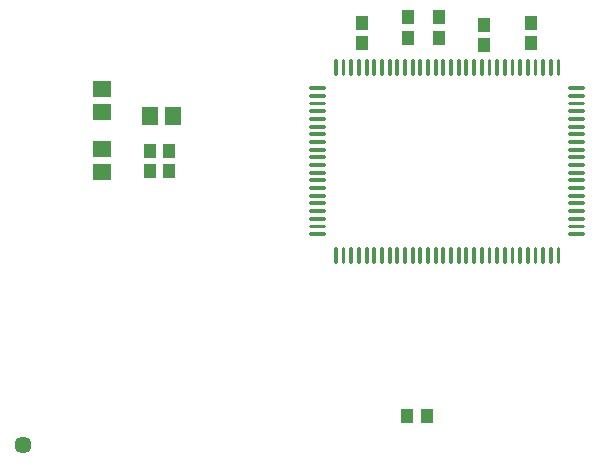
<source format=gts>
G75*
%MOIN*%
%OFA0B0*%
%FSLAX25Y25*%
%IPPOS*%
%LPD*%
%AMOC8*
5,1,8,0,0,1.08239X$1,22.5*
%
%ADD10C,0.05700*%
%ADD11R,0.06106X0.05318*%
%ADD12R,0.05318X0.06106*%
%ADD13R,0.04137X0.04531*%
%ADD14C,0.01105*%
D10*
X0035500Y0021900D03*
D11*
X0061800Y0113060D03*
X0061800Y0120540D03*
X0061800Y0133060D03*
X0061800Y0140540D03*
D12*
X0078060Y0131800D03*
X0085540Y0131800D03*
D13*
X0084300Y0120146D03*
X0078050Y0120146D03*
X0078050Y0113454D03*
X0084300Y0113454D03*
X0148675Y0155954D03*
X0148675Y0162646D03*
X0163988Y0164521D03*
X0163988Y0157829D03*
X0174300Y0157829D03*
X0174300Y0164521D03*
X0189300Y0162021D03*
X0189300Y0155329D03*
X0204925Y0155954D03*
X0204925Y0162646D03*
X0170146Y0031800D03*
X0163454Y0031800D03*
D14*
X0162863Y0083148D02*
X0162587Y0083148D01*
X0162587Y0087756D01*
X0162863Y0087756D01*
X0162863Y0083148D01*
X0162863Y0084252D02*
X0162587Y0084252D01*
X0162587Y0085356D02*
X0162863Y0085356D01*
X0162863Y0086460D02*
X0162587Y0086460D01*
X0162587Y0087564D02*
X0162863Y0087564D01*
X0165146Y0083148D02*
X0165422Y0083148D01*
X0165146Y0083148D02*
X0165146Y0087756D01*
X0165422Y0087756D01*
X0165422Y0083148D01*
X0165422Y0084252D02*
X0165146Y0084252D01*
X0165146Y0085356D02*
X0165422Y0085356D01*
X0165422Y0086460D02*
X0165146Y0086460D01*
X0165146Y0087564D02*
X0165422Y0087564D01*
X0167705Y0083148D02*
X0167981Y0083148D01*
X0167705Y0083148D02*
X0167705Y0087756D01*
X0167981Y0087756D01*
X0167981Y0083148D01*
X0167981Y0084252D02*
X0167705Y0084252D01*
X0167705Y0085356D02*
X0167981Y0085356D01*
X0167981Y0086460D02*
X0167705Y0086460D01*
X0167705Y0087564D02*
X0167981Y0087564D01*
X0170264Y0083148D02*
X0170540Y0083148D01*
X0170264Y0083148D02*
X0170264Y0087756D01*
X0170540Y0087756D01*
X0170540Y0083148D01*
X0170540Y0084252D02*
X0170264Y0084252D01*
X0170264Y0085356D02*
X0170540Y0085356D01*
X0170540Y0086460D02*
X0170264Y0086460D01*
X0170264Y0087564D02*
X0170540Y0087564D01*
X0172823Y0083148D02*
X0173099Y0083148D01*
X0172823Y0083148D02*
X0172823Y0087756D01*
X0173099Y0087756D01*
X0173099Y0083148D01*
X0173099Y0084252D02*
X0172823Y0084252D01*
X0172823Y0085356D02*
X0173099Y0085356D01*
X0173099Y0086460D02*
X0172823Y0086460D01*
X0172823Y0087564D02*
X0173099Y0087564D01*
X0175382Y0083148D02*
X0175658Y0083148D01*
X0175382Y0083148D02*
X0175382Y0087756D01*
X0175658Y0087756D01*
X0175658Y0083148D01*
X0175658Y0084252D02*
X0175382Y0084252D01*
X0175382Y0085356D02*
X0175658Y0085356D01*
X0175658Y0086460D02*
X0175382Y0086460D01*
X0175382Y0087564D02*
X0175658Y0087564D01*
X0177942Y0083148D02*
X0178218Y0083148D01*
X0177942Y0083148D02*
X0177942Y0087756D01*
X0178218Y0087756D01*
X0178218Y0083148D01*
X0178218Y0084252D02*
X0177942Y0084252D01*
X0177942Y0085356D02*
X0178218Y0085356D01*
X0178218Y0086460D02*
X0177942Y0086460D01*
X0177942Y0087564D02*
X0178218Y0087564D01*
X0180501Y0083148D02*
X0180777Y0083148D01*
X0180501Y0083148D02*
X0180501Y0087756D01*
X0180777Y0087756D01*
X0180777Y0083148D01*
X0180777Y0084252D02*
X0180501Y0084252D01*
X0180501Y0085356D02*
X0180777Y0085356D01*
X0180777Y0086460D02*
X0180501Y0086460D01*
X0180501Y0087564D02*
X0180777Y0087564D01*
X0183060Y0083148D02*
X0183336Y0083148D01*
X0183060Y0083148D02*
X0183060Y0087756D01*
X0183336Y0087756D01*
X0183336Y0083148D01*
X0183336Y0084252D02*
X0183060Y0084252D01*
X0183060Y0085356D02*
X0183336Y0085356D01*
X0183336Y0086460D02*
X0183060Y0086460D01*
X0183060Y0087564D02*
X0183336Y0087564D01*
X0185619Y0083148D02*
X0185895Y0083148D01*
X0185619Y0083148D02*
X0185619Y0087756D01*
X0185895Y0087756D01*
X0185895Y0083148D01*
X0185895Y0084252D02*
X0185619Y0084252D01*
X0185619Y0085356D02*
X0185895Y0085356D01*
X0185895Y0086460D02*
X0185619Y0086460D01*
X0185619Y0087564D02*
X0185895Y0087564D01*
X0188178Y0083148D02*
X0188454Y0083148D01*
X0188178Y0083148D02*
X0188178Y0087756D01*
X0188454Y0087756D01*
X0188454Y0083148D01*
X0188454Y0084252D02*
X0188178Y0084252D01*
X0188178Y0085356D02*
X0188454Y0085356D01*
X0188454Y0086460D02*
X0188178Y0086460D01*
X0188178Y0087564D02*
X0188454Y0087564D01*
X0190737Y0083148D02*
X0191013Y0083148D01*
X0190737Y0083148D02*
X0190737Y0087756D01*
X0191013Y0087756D01*
X0191013Y0083148D01*
X0191013Y0084252D02*
X0190737Y0084252D01*
X0190737Y0085356D02*
X0191013Y0085356D01*
X0191013Y0086460D02*
X0190737Y0086460D01*
X0190737Y0087564D02*
X0191013Y0087564D01*
X0193296Y0083148D02*
X0193572Y0083148D01*
X0193296Y0083148D02*
X0193296Y0087756D01*
X0193572Y0087756D01*
X0193572Y0083148D01*
X0193572Y0084252D02*
X0193296Y0084252D01*
X0193296Y0085356D02*
X0193572Y0085356D01*
X0193572Y0086460D02*
X0193296Y0086460D01*
X0193296Y0087564D02*
X0193572Y0087564D01*
X0195855Y0083148D02*
X0196131Y0083148D01*
X0195855Y0083148D02*
X0195855Y0087756D01*
X0196131Y0087756D01*
X0196131Y0083148D01*
X0196131Y0084252D02*
X0195855Y0084252D01*
X0195855Y0085356D02*
X0196131Y0085356D01*
X0196131Y0086460D02*
X0195855Y0086460D01*
X0195855Y0087564D02*
X0196131Y0087564D01*
X0198414Y0083148D02*
X0198690Y0083148D01*
X0198414Y0083148D02*
X0198414Y0087756D01*
X0198690Y0087756D01*
X0198690Y0083148D01*
X0198690Y0084252D02*
X0198414Y0084252D01*
X0198414Y0085356D02*
X0198690Y0085356D01*
X0198690Y0086460D02*
X0198414Y0086460D01*
X0198414Y0087564D02*
X0198690Y0087564D01*
X0200973Y0083148D02*
X0201249Y0083148D01*
X0200973Y0083148D02*
X0200973Y0087756D01*
X0201249Y0087756D01*
X0201249Y0083148D01*
X0201249Y0084252D02*
X0200973Y0084252D01*
X0200973Y0085356D02*
X0201249Y0085356D01*
X0201249Y0086460D02*
X0200973Y0086460D01*
X0200973Y0087564D02*
X0201249Y0087564D01*
X0203532Y0083148D02*
X0203808Y0083148D01*
X0203532Y0083148D02*
X0203532Y0087756D01*
X0203808Y0087756D01*
X0203808Y0083148D01*
X0203808Y0084252D02*
X0203532Y0084252D01*
X0203532Y0085356D02*
X0203808Y0085356D01*
X0203808Y0086460D02*
X0203532Y0086460D01*
X0203532Y0087564D02*
X0203808Y0087564D01*
X0206091Y0083148D02*
X0206367Y0083148D01*
X0206091Y0083148D02*
X0206091Y0087756D01*
X0206367Y0087756D01*
X0206367Y0083148D01*
X0206367Y0084252D02*
X0206091Y0084252D01*
X0206091Y0085356D02*
X0206367Y0085356D01*
X0206367Y0086460D02*
X0206091Y0086460D01*
X0206091Y0087564D02*
X0206367Y0087564D01*
X0208650Y0083148D02*
X0208926Y0083148D01*
X0208650Y0083148D02*
X0208650Y0087756D01*
X0208926Y0087756D01*
X0208926Y0083148D01*
X0208926Y0084252D02*
X0208650Y0084252D01*
X0208650Y0085356D02*
X0208926Y0085356D01*
X0208926Y0086460D02*
X0208650Y0086460D01*
X0208650Y0087564D02*
X0208926Y0087564D01*
X0211209Y0083148D02*
X0211485Y0083148D01*
X0211209Y0083148D02*
X0211209Y0087756D01*
X0211485Y0087756D01*
X0211485Y0083148D01*
X0211485Y0084252D02*
X0211209Y0084252D01*
X0211209Y0085356D02*
X0211485Y0085356D01*
X0211485Y0086460D02*
X0211209Y0086460D01*
X0211209Y0087564D02*
X0211485Y0087564D01*
X0213768Y0083148D02*
X0214044Y0083148D01*
X0213768Y0083148D02*
X0213768Y0087756D01*
X0214044Y0087756D01*
X0214044Y0083148D01*
X0214044Y0084252D02*
X0213768Y0084252D01*
X0213768Y0085356D02*
X0214044Y0085356D01*
X0214044Y0086460D02*
X0213768Y0086460D01*
X0213768Y0087564D02*
X0214044Y0087564D01*
X0222263Y0092351D02*
X0222263Y0092627D01*
X0222263Y0092351D02*
X0217655Y0092351D01*
X0217655Y0092627D01*
X0222263Y0092627D01*
X0222263Y0094910D02*
X0222263Y0095186D01*
X0222263Y0094910D02*
X0217655Y0094910D01*
X0217655Y0095186D01*
X0222263Y0095186D01*
X0222263Y0097469D02*
X0222263Y0097745D01*
X0222263Y0097469D02*
X0217655Y0097469D01*
X0217655Y0097745D01*
X0222263Y0097745D01*
X0222263Y0100028D02*
X0222263Y0100304D01*
X0222263Y0100028D02*
X0217655Y0100028D01*
X0217655Y0100304D01*
X0222263Y0100304D01*
X0222263Y0102587D02*
X0222263Y0102863D01*
X0222263Y0102587D02*
X0217655Y0102587D01*
X0217655Y0102863D01*
X0222263Y0102863D01*
X0222263Y0105146D02*
X0222263Y0105422D01*
X0222263Y0105146D02*
X0217655Y0105146D01*
X0217655Y0105422D01*
X0222263Y0105422D01*
X0222263Y0107705D02*
X0222263Y0107981D01*
X0222263Y0107705D02*
X0217655Y0107705D01*
X0217655Y0107981D01*
X0222263Y0107981D01*
X0222263Y0110264D02*
X0222263Y0110540D01*
X0222263Y0110264D02*
X0217655Y0110264D01*
X0217655Y0110540D01*
X0222263Y0110540D01*
X0222263Y0112823D02*
X0222263Y0113099D01*
X0222263Y0112823D02*
X0217655Y0112823D01*
X0217655Y0113099D01*
X0222263Y0113099D01*
X0222263Y0115382D02*
X0222263Y0115658D01*
X0222263Y0115382D02*
X0217655Y0115382D01*
X0217655Y0115658D01*
X0222263Y0115658D01*
X0222263Y0117942D02*
X0222263Y0118218D01*
X0222263Y0117942D02*
X0217655Y0117942D01*
X0217655Y0118218D01*
X0222263Y0118218D01*
X0222263Y0120501D02*
X0222263Y0120777D01*
X0222263Y0120501D02*
X0217655Y0120501D01*
X0217655Y0120777D01*
X0222263Y0120777D01*
X0222263Y0123060D02*
X0222263Y0123336D01*
X0222263Y0123060D02*
X0217655Y0123060D01*
X0217655Y0123336D01*
X0222263Y0123336D01*
X0222263Y0125619D02*
X0222263Y0125895D01*
X0222263Y0125619D02*
X0217655Y0125619D01*
X0217655Y0125895D01*
X0222263Y0125895D01*
X0222263Y0128178D02*
X0222263Y0128454D01*
X0222263Y0128178D02*
X0217655Y0128178D01*
X0217655Y0128454D01*
X0222263Y0128454D01*
X0222263Y0130737D02*
X0222263Y0131013D01*
X0222263Y0130737D02*
X0217655Y0130737D01*
X0217655Y0131013D01*
X0222263Y0131013D01*
X0222263Y0133296D02*
X0222263Y0133572D01*
X0222263Y0133296D02*
X0217655Y0133296D01*
X0217655Y0133572D01*
X0222263Y0133572D01*
X0222263Y0135855D02*
X0222263Y0136131D01*
X0222263Y0135855D02*
X0217655Y0135855D01*
X0217655Y0136131D01*
X0222263Y0136131D01*
X0222263Y0138414D02*
X0222263Y0138690D01*
X0222263Y0138414D02*
X0217655Y0138414D01*
X0217655Y0138690D01*
X0222263Y0138690D01*
X0222263Y0140973D02*
X0222263Y0141249D01*
X0222263Y0140973D02*
X0217655Y0140973D01*
X0217655Y0141249D01*
X0222263Y0141249D01*
X0214044Y0150452D02*
X0213768Y0150452D01*
X0214044Y0150452D02*
X0214044Y0145844D01*
X0213768Y0145844D01*
X0213768Y0150452D01*
X0213768Y0146948D02*
X0214044Y0146948D01*
X0214044Y0148052D02*
X0213768Y0148052D01*
X0213768Y0149156D02*
X0214044Y0149156D01*
X0214044Y0150260D02*
X0213768Y0150260D01*
X0211485Y0150452D02*
X0211209Y0150452D01*
X0211485Y0150452D02*
X0211485Y0145844D01*
X0211209Y0145844D01*
X0211209Y0150452D01*
X0211209Y0146948D02*
X0211485Y0146948D01*
X0211485Y0148052D02*
X0211209Y0148052D01*
X0211209Y0149156D02*
X0211485Y0149156D01*
X0211485Y0150260D02*
X0211209Y0150260D01*
X0208926Y0150452D02*
X0208650Y0150452D01*
X0208926Y0150452D02*
X0208926Y0145844D01*
X0208650Y0145844D01*
X0208650Y0150452D01*
X0208650Y0146948D02*
X0208926Y0146948D01*
X0208926Y0148052D02*
X0208650Y0148052D01*
X0208650Y0149156D02*
X0208926Y0149156D01*
X0208926Y0150260D02*
X0208650Y0150260D01*
X0206367Y0150452D02*
X0206091Y0150452D01*
X0206367Y0150452D02*
X0206367Y0145844D01*
X0206091Y0145844D01*
X0206091Y0150452D01*
X0206091Y0146948D02*
X0206367Y0146948D01*
X0206367Y0148052D02*
X0206091Y0148052D01*
X0206091Y0149156D02*
X0206367Y0149156D01*
X0206367Y0150260D02*
X0206091Y0150260D01*
X0203808Y0150452D02*
X0203532Y0150452D01*
X0203808Y0150452D02*
X0203808Y0145844D01*
X0203532Y0145844D01*
X0203532Y0150452D01*
X0203532Y0146948D02*
X0203808Y0146948D01*
X0203808Y0148052D02*
X0203532Y0148052D01*
X0203532Y0149156D02*
X0203808Y0149156D01*
X0203808Y0150260D02*
X0203532Y0150260D01*
X0201249Y0150452D02*
X0200973Y0150452D01*
X0201249Y0150452D02*
X0201249Y0145844D01*
X0200973Y0145844D01*
X0200973Y0150452D01*
X0200973Y0146948D02*
X0201249Y0146948D01*
X0201249Y0148052D02*
X0200973Y0148052D01*
X0200973Y0149156D02*
X0201249Y0149156D01*
X0201249Y0150260D02*
X0200973Y0150260D01*
X0198690Y0150452D02*
X0198414Y0150452D01*
X0198690Y0150452D02*
X0198690Y0145844D01*
X0198414Y0145844D01*
X0198414Y0150452D01*
X0198414Y0146948D02*
X0198690Y0146948D01*
X0198690Y0148052D02*
X0198414Y0148052D01*
X0198414Y0149156D02*
X0198690Y0149156D01*
X0198690Y0150260D02*
X0198414Y0150260D01*
X0196131Y0150452D02*
X0195855Y0150452D01*
X0196131Y0150452D02*
X0196131Y0145844D01*
X0195855Y0145844D01*
X0195855Y0150452D01*
X0195855Y0146948D02*
X0196131Y0146948D01*
X0196131Y0148052D02*
X0195855Y0148052D01*
X0195855Y0149156D02*
X0196131Y0149156D01*
X0196131Y0150260D02*
X0195855Y0150260D01*
X0193572Y0150452D02*
X0193296Y0150452D01*
X0193572Y0150452D02*
X0193572Y0145844D01*
X0193296Y0145844D01*
X0193296Y0150452D01*
X0193296Y0146948D02*
X0193572Y0146948D01*
X0193572Y0148052D02*
X0193296Y0148052D01*
X0193296Y0149156D02*
X0193572Y0149156D01*
X0193572Y0150260D02*
X0193296Y0150260D01*
X0191013Y0150452D02*
X0190737Y0150452D01*
X0191013Y0150452D02*
X0191013Y0145844D01*
X0190737Y0145844D01*
X0190737Y0150452D01*
X0190737Y0146948D02*
X0191013Y0146948D01*
X0191013Y0148052D02*
X0190737Y0148052D01*
X0190737Y0149156D02*
X0191013Y0149156D01*
X0191013Y0150260D02*
X0190737Y0150260D01*
X0188454Y0150452D02*
X0188178Y0150452D01*
X0188454Y0150452D02*
X0188454Y0145844D01*
X0188178Y0145844D01*
X0188178Y0150452D01*
X0188178Y0146948D02*
X0188454Y0146948D01*
X0188454Y0148052D02*
X0188178Y0148052D01*
X0188178Y0149156D02*
X0188454Y0149156D01*
X0188454Y0150260D02*
X0188178Y0150260D01*
X0185895Y0150452D02*
X0185619Y0150452D01*
X0185895Y0150452D02*
X0185895Y0145844D01*
X0185619Y0145844D01*
X0185619Y0150452D01*
X0185619Y0146948D02*
X0185895Y0146948D01*
X0185895Y0148052D02*
X0185619Y0148052D01*
X0185619Y0149156D02*
X0185895Y0149156D01*
X0185895Y0150260D02*
X0185619Y0150260D01*
X0183336Y0150452D02*
X0183060Y0150452D01*
X0183336Y0150452D02*
X0183336Y0145844D01*
X0183060Y0145844D01*
X0183060Y0150452D01*
X0183060Y0146948D02*
X0183336Y0146948D01*
X0183336Y0148052D02*
X0183060Y0148052D01*
X0183060Y0149156D02*
X0183336Y0149156D01*
X0183336Y0150260D02*
X0183060Y0150260D01*
X0180777Y0150452D02*
X0180501Y0150452D01*
X0180777Y0150452D02*
X0180777Y0145844D01*
X0180501Y0145844D01*
X0180501Y0150452D01*
X0180501Y0146948D02*
X0180777Y0146948D01*
X0180777Y0148052D02*
X0180501Y0148052D01*
X0180501Y0149156D02*
X0180777Y0149156D01*
X0180777Y0150260D02*
X0180501Y0150260D01*
X0178218Y0150452D02*
X0177942Y0150452D01*
X0178218Y0150452D02*
X0178218Y0145844D01*
X0177942Y0145844D01*
X0177942Y0150452D01*
X0177942Y0146948D02*
X0178218Y0146948D01*
X0178218Y0148052D02*
X0177942Y0148052D01*
X0177942Y0149156D02*
X0178218Y0149156D01*
X0178218Y0150260D02*
X0177942Y0150260D01*
X0175658Y0150452D02*
X0175382Y0150452D01*
X0175658Y0150452D02*
X0175658Y0145844D01*
X0175382Y0145844D01*
X0175382Y0150452D01*
X0175382Y0146948D02*
X0175658Y0146948D01*
X0175658Y0148052D02*
X0175382Y0148052D01*
X0175382Y0149156D02*
X0175658Y0149156D01*
X0175658Y0150260D02*
X0175382Y0150260D01*
X0173099Y0150452D02*
X0172823Y0150452D01*
X0173099Y0150452D02*
X0173099Y0145844D01*
X0172823Y0145844D01*
X0172823Y0150452D01*
X0172823Y0146948D02*
X0173099Y0146948D01*
X0173099Y0148052D02*
X0172823Y0148052D01*
X0172823Y0149156D02*
X0173099Y0149156D01*
X0173099Y0150260D02*
X0172823Y0150260D01*
X0170540Y0150452D02*
X0170264Y0150452D01*
X0170540Y0150452D02*
X0170540Y0145844D01*
X0170264Y0145844D01*
X0170264Y0150452D01*
X0170264Y0146948D02*
X0170540Y0146948D01*
X0170540Y0148052D02*
X0170264Y0148052D01*
X0170264Y0149156D02*
X0170540Y0149156D01*
X0170540Y0150260D02*
X0170264Y0150260D01*
X0167981Y0150452D02*
X0167705Y0150452D01*
X0167981Y0150452D02*
X0167981Y0145844D01*
X0167705Y0145844D01*
X0167705Y0150452D01*
X0167705Y0146948D02*
X0167981Y0146948D01*
X0167981Y0148052D02*
X0167705Y0148052D01*
X0167705Y0149156D02*
X0167981Y0149156D01*
X0167981Y0150260D02*
X0167705Y0150260D01*
X0165422Y0150452D02*
X0165146Y0150452D01*
X0165422Y0150452D02*
X0165422Y0145844D01*
X0165146Y0145844D01*
X0165146Y0150452D01*
X0165146Y0146948D02*
X0165422Y0146948D01*
X0165422Y0148052D02*
X0165146Y0148052D01*
X0165146Y0149156D02*
X0165422Y0149156D01*
X0165422Y0150260D02*
X0165146Y0150260D01*
X0162863Y0150452D02*
X0162587Y0150452D01*
X0162863Y0150452D02*
X0162863Y0145844D01*
X0162587Y0145844D01*
X0162587Y0150452D01*
X0162587Y0146948D02*
X0162863Y0146948D01*
X0162863Y0148052D02*
X0162587Y0148052D01*
X0162587Y0149156D02*
X0162863Y0149156D01*
X0162863Y0150260D02*
X0162587Y0150260D01*
X0160304Y0150452D02*
X0160028Y0150452D01*
X0160304Y0150452D02*
X0160304Y0145844D01*
X0160028Y0145844D01*
X0160028Y0150452D01*
X0160028Y0146948D02*
X0160304Y0146948D01*
X0160304Y0148052D02*
X0160028Y0148052D01*
X0160028Y0149156D02*
X0160304Y0149156D01*
X0160304Y0150260D02*
X0160028Y0150260D01*
X0157745Y0150452D02*
X0157469Y0150452D01*
X0157745Y0150452D02*
X0157745Y0145844D01*
X0157469Y0145844D01*
X0157469Y0150452D01*
X0157469Y0146948D02*
X0157745Y0146948D01*
X0157745Y0148052D02*
X0157469Y0148052D01*
X0157469Y0149156D02*
X0157745Y0149156D01*
X0157745Y0150260D02*
X0157469Y0150260D01*
X0155186Y0150452D02*
X0154910Y0150452D01*
X0155186Y0150452D02*
X0155186Y0145844D01*
X0154910Y0145844D01*
X0154910Y0150452D01*
X0154910Y0146948D02*
X0155186Y0146948D01*
X0155186Y0148052D02*
X0154910Y0148052D01*
X0154910Y0149156D02*
X0155186Y0149156D01*
X0155186Y0150260D02*
X0154910Y0150260D01*
X0152627Y0150452D02*
X0152351Y0150452D01*
X0152627Y0150452D02*
X0152627Y0145844D01*
X0152351Y0145844D01*
X0152351Y0150452D01*
X0152351Y0146948D02*
X0152627Y0146948D01*
X0152627Y0148052D02*
X0152351Y0148052D01*
X0152351Y0149156D02*
X0152627Y0149156D01*
X0152627Y0150260D02*
X0152351Y0150260D01*
X0150068Y0150452D02*
X0149792Y0150452D01*
X0150068Y0150452D02*
X0150068Y0145844D01*
X0149792Y0145844D01*
X0149792Y0150452D01*
X0149792Y0146948D02*
X0150068Y0146948D01*
X0150068Y0148052D02*
X0149792Y0148052D01*
X0149792Y0149156D02*
X0150068Y0149156D01*
X0150068Y0150260D02*
X0149792Y0150260D01*
X0147509Y0150452D02*
X0147233Y0150452D01*
X0147509Y0150452D02*
X0147509Y0145844D01*
X0147233Y0145844D01*
X0147233Y0150452D01*
X0147233Y0146948D02*
X0147509Y0146948D01*
X0147509Y0148052D02*
X0147233Y0148052D01*
X0147233Y0149156D02*
X0147509Y0149156D01*
X0147509Y0150260D02*
X0147233Y0150260D01*
X0144950Y0150452D02*
X0144674Y0150452D01*
X0144950Y0150452D02*
X0144950Y0145844D01*
X0144674Y0145844D01*
X0144674Y0150452D01*
X0144674Y0146948D02*
X0144950Y0146948D01*
X0144950Y0148052D02*
X0144674Y0148052D01*
X0144674Y0149156D02*
X0144950Y0149156D01*
X0144950Y0150260D02*
X0144674Y0150260D01*
X0142391Y0150452D02*
X0142115Y0150452D01*
X0142391Y0150452D02*
X0142391Y0145844D01*
X0142115Y0145844D01*
X0142115Y0150452D01*
X0142115Y0146948D02*
X0142391Y0146948D01*
X0142391Y0148052D02*
X0142115Y0148052D01*
X0142115Y0149156D02*
X0142391Y0149156D01*
X0142391Y0150260D02*
X0142115Y0150260D01*
X0139832Y0150452D02*
X0139556Y0150452D01*
X0139832Y0150452D02*
X0139832Y0145844D01*
X0139556Y0145844D01*
X0139556Y0150452D01*
X0139556Y0146948D02*
X0139832Y0146948D01*
X0139832Y0148052D02*
X0139556Y0148052D01*
X0139556Y0149156D02*
X0139832Y0149156D01*
X0139832Y0150260D02*
X0139556Y0150260D01*
X0131337Y0141249D02*
X0131337Y0140973D01*
X0131337Y0141249D02*
X0135945Y0141249D01*
X0135945Y0140973D01*
X0131337Y0140973D01*
X0131337Y0138690D02*
X0131337Y0138414D01*
X0131337Y0138690D02*
X0135945Y0138690D01*
X0135945Y0138414D01*
X0131337Y0138414D01*
X0131337Y0136131D02*
X0131337Y0135855D01*
X0131337Y0136131D02*
X0135945Y0136131D01*
X0135945Y0135855D01*
X0131337Y0135855D01*
X0131337Y0133572D02*
X0131337Y0133296D01*
X0131337Y0133572D02*
X0135945Y0133572D01*
X0135945Y0133296D01*
X0131337Y0133296D01*
X0131337Y0131013D02*
X0131337Y0130737D01*
X0131337Y0131013D02*
X0135945Y0131013D01*
X0135945Y0130737D01*
X0131337Y0130737D01*
X0131337Y0128454D02*
X0131337Y0128178D01*
X0131337Y0128454D02*
X0135945Y0128454D01*
X0135945Y0128178D01*
X0131337Y0128178D01*
X0131337Y0125895D02*
X0131337Y0125619D01*
X0131337Y0125895D02*
X0135945Y0125895D01*
X0135945Y0125619D01*
X0131337Y0125619D01*
X0131337Y0123336D02*
X0131337Y0123060D01*
X0131337Y0123336D02*
X0135945Y0123336D01*
X0135945Y0123060D01*
X0131337Y0123060D01*
X0131337Y0120777D02*
X0131337Y0120501D01*
X0131337Y0120777D02*
X0135945Y0120777D01*
X0135945Y0120501D01*
X0131337Y0120501D01*
X0131337Y0118218D02*
X0131337Y0117942D01*
X0131337Y0118218D02*
X0135945Y0118218D01*
X0135945Y0117942D01*
X0131337Y0117942D01*
X0131337Y0115658D02*
X0131337Y0115382D01*
X0131337Y0115658D02*
X0135945Y0115658D01*
X0135945Y0115382D01*
X0131337Y0115382D01*
X0131337Y0113099D02*
X0131337Y0112823D01*
X0131337Y0113099D02*
X0135945Y0113099D01*
X0135945Y0112823D01*
X0131337Y0112823D01*
X0131337Y0110540D02*
X0131337Y0110264D01*
X0131337Y0110540D02*
X0135945Y0110540D01*
X0135945Y0110264D01*
X0131337Y0110264D01*
X0131337Y0107981D02*
X0131337Y0107705D01*
X0131337Y0107981D02*
X0135945Y0107981D01*
X0135945Y0107705D01*
X0131337Y0107705D01*
X0131337Y0105422D02*
X0131337Y0105146D01*
X0131337Y0105422D02*
X0135945Y0105422D01*
X0135945Y0105146D01*
X0131337Y0105146D01*
X0131337Y0102863D02*
X0131337Y0102587D01*
X0131337Y0102863D02*
X0135945Y0102863D01*
X0135945Y0102587D01*
X0131337Y0102587D01*
X0131337Y0100304D02*
X0131337Y0100028D01*
X0131337Y0100304D02*
X0135945Y0100304D01*
X0135945Y0100028D01*
X0131337Y0100028D01*
X0131337Y0097745D02*
X0131337Y0097469D01*
X0131337Y0097745D02*
X0135945Y0097745D01*
X0135945Y0097469D01*
X0131337Y0097469D01*
X0131337Y0095186D02*
X0131337Y0094910D01*
X0131337Y0095186D02*
X0135945Y0095186D01*
X0135945Y0094910D01*
X0131337Y0094910D01*
X0131337Y0092627D02*
X0131337Y0092351D01*
X0131337Y0092627D02*
X0135945Y0092627D01*
X0135945Y0092351D01*
X0131337Y0092351D01*
X0139556Y0083148D02*
X0139832Y0083148D01*
X0139556Y0083148D02*
X0139556Y0087756D01*
X0139832Y0087756D01*
X0139832Y0083148D01*
X0139832Y0084252D02*
X0139556Y0084252D01*
X0139556Y0085356D02*
X0139832Y0085356D01*
X0139832Y0086460D02*
X0139556Y0086460D01*
X0139556Y0087564D02*
X0139832Y0087564D01*
X0142115Y0083148D02*
X0142391Y0083148D01*
X0142115Y0083148D02*
X0142115Y0087756D01*
X0142391Y0087756D01*
X0142391Y0083148D01*
X0142391Y0084252D02*
X0142115Y0084252D01*
X0142115Y0085356D02*
X0142391Y0085356D01*
X0142391Y0086460D02*
X0142115Y0086460D01*
X0142115Y0087564D02*
X0142391Y0087564D01*
X0144674Y0083148D02*
X0144950Y0083148D01*
X0144674Y0083148D02*
X0144674Y0087756D01*
X0144950Y0087756D01*
X0144950Y0083148D01*
X0144950Y0084252D02*
X0144674Y0084252D01*
X0144674Y0085356D02*
X0144950Y0085356D01*
X0144950Y0086460D02*
X0144674Y0086460D01*
X0144674Y0087564D02*
X0144950Y0087564D01*
X0147233Y0083148D02*
X0147509Y0083148D01*
X0147233Y0083148D02*
X0147233Y0087756D01*
X0147509Y0087756D01*
X0147509Y0083148D01*
X0147509Y0084252D02*
X0147233Y0084252D01*
X0147233Y0085356D02*
X0147509Y0085356D01*
X0147509Y0086460D02*
X0147233Y0086460D01*
X0147233Y0087564D02*
X0147509Y0087564D01*
X0149792Y0083148D02*
X0150068Y0083148D01*
X0149792Y0083148D02*
X0149792Y0087756D01*
X0150068Y0087756D01*
X0150068Y0083148D01*
X0150068Y0084252D02*
X0149792Y0084252D01*
X0149792Y0085356D02*
X0150068Y0085356D01*
X0150068Y0086460D02*
X0149792Y0086460D01*
X0149792Y0087564D02*
X0150068Y0087564D01*
X0152351Y0083148D02*
X0152627Y0083148D01*
X0152351Y0083148D02*
X0152351Y0087756D01*
X0152627Y0087756D01*
X0152627Y0083148D01*
X0152627Y0084252D02*
X0152351Y0084252D01*
X0152351Y0085356D02*
X0152627Y0085356D01*
X0152627Y0086460D02*
X0152351Y0086460D01*
X0152351Y0087564D02*
X0152627Y0087564D01*
X0154910Y0083148D02*
X0155186Y0083148D01*
X0154910Y0083148D02*
X0154910Y0087756D01*
X0155186Y0087756D01*
X0155186Y0083148D01*
X0155186Y0084252D02*
X0154910Y0084252D01*
X0154910Y0085356D02*
X0155186Y0085356D01*
X0155186Y0086460D02*
X0154910Y0086460D01*
X0154910Y0087564D02*
X0155186Y0087564D01*
X0157469Y0083148D02*
X0157745Y0083148D01*
X0157469Y0083148D02*
X0157469Y0087756D01*
X0157745Y0087756D01*
X0157745Y0083148D01*
X0157745Y0084252D02*
X0157469Y0084252D01*
X0157469Y0085356D02*
X0157745Y0085356D01*
X0157745Y0086460D02*
X0157469Y0086460D01*
X0157469Y0087564D02*
X0157745Y0087564D01*
X0160028Y0083148D02*
X0160304Y0083148D01*
X0160028Y0083148D02*
X0160028Y0087756D01*
X0160304Y0087756D01*
X0160304Y0083148D01*
X0160304Y0084252D02*
X0160028Y0084252D01*
X0160028Y0085356D02*
X0160304Y0085356D01*
X0160304Y0086460D02*
X0160028Y0086460D01*
X0160028Y0087564D02*
X0160304Y0087564D01*
M02*

</source>
